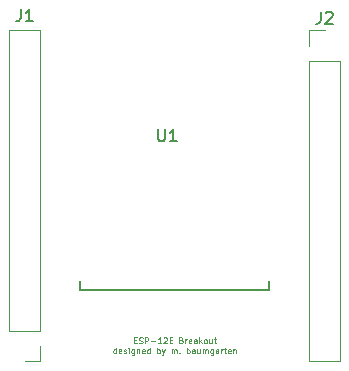
<source format=gbr>
G04 #@! TF.FileFunction,Legend,Top*
%FSLAX46Y46*%
G04 Gerber Fmt 4.6, Leading zero omitted, Abs format (unit mm)*
G04 Created by KiCad (PCBNEW 4.0.7) date 11/18/18 14:35:23*
%MOMM*%
%LPD*%
G01*
G04 APERTURE LIST*
%ADD10C,0.100000*%
%ADD11C,0.120000*%
%ADD12C,0.152400*%
%ADD13C,0.150000*%
G04 APERTURE END LIST*
D10*
X143244525Y-109394286D02*
X143411191Y-109394286D01*
X143482620Y-109656190D02*
X143244525Y-109656190D01*
X143244525Y-109156190D01*
X143482620Y-109156190D01*
X143673096Y-109632381D02*
X143744525Y-109656190D01*
X143863572Y-109656190D01*
X143911191Y-109632381D01*
X143935001Y-109608571D01*
X143958810Y-109560952D01*
X143958810Y-109513333D01*
X143935001Y-109465714D01*
X143911191Y-109441905D01*
X143863572Y-109418095D01*
X143768334Y-109394286D01*
X143720715Y-109370476D01*
X143696906Y-109346667D01*
X143673096Y-109299048D01*
X143673096Y-109251429D01*
X143696906Y-109203810D01*
X143720715Y-109180000D01*
X143768334Y-109156190D01*
X143887382Y-109156190D01*
X143958810Y-109180000D01*
X144173096Y-109656190D02*
X144173096Y-109156190D01*
X144363572Y-109156190D01*
X144411191Y-109180000D01*
X144435000Y-109203810D01*
X144458810Y-109251429D01*
X144458810Y-109322857D01*
X144435000Y-109370476D01*
X144411191Y-109394286D01*
X144363572Y-109418095D01*
X144173096Y-109418095D01*
X144673096Y-109465714D02*
X145054048Y-109465714D01*
X145554048Y-109656190D02*
X145268334Y-109656190D01*
X145411191Y-109656190D02*
X145411191Y-109156190D01*
X145363572Y-109227619D01*
X145315953Y-109275238D01*
X145268334Y-109299048D01*
X145744524Y-109203810D02*
X145768334Y-109180000D01*
X145815953Y-109156190D01*
X145935000Y-109156190D01*
X145982619Y-109180000D01*
X146006429Y-109203810D01*
X146030238Y-109251429D01*
X146030238Y-109299048D01*
X146006429Y-109370476D01*
X145720715Y-109656190D01*
X146030238Y-109656190D01*
X146244524Y-109394286D02*
X146411190Y-109394286D01*
X146482619Y-109656190D02*
X146244524Y-109656190D01*
X146244524Y-109156190D01*
X146482619Y-109156190D01*
X147244523Y-109394286D02*
X147315952Y-109418095D01*
X147339761Y-109441905D01*
X147363571Y-109489524D01*
X147363571Y-109560952D01*
X147339761Y-109608571D01*
X147315952Y-109632381D01*
X147268333Y-109656190D01*
X147077857Y-109656190D01*
X147077857Y-109156190D01*
X147244523Y-109156190D01*
X147292142Y-109180000D01*
X147315952Y-109203810D01*
X147339761Y-109251429D01*
X147339761Y-109299048D01*
X147315952Y-109346667D01*
X147292142Y-109370476D01*
X147244523Y-109394286D01*
X147077857Y-109394286D01*
X147577857Y-109656190D02*
X147577857Y-109322857D01*
X147577857Y-109418095D02*
X147601666Y-109370476D01*
X147625476Y-109346667D01*
X147673095Y-109322857D01*
X147720714Y-109322857D01*
X148077857Y-109632381D02*
X148030238Y-109656190D01*
X147935000Y-109656190D01*
X147887381Y-109632381D01*
X147863571Y-109584762D01*
X147863571Y-109394286D01*
X147887381Y-109346667D01*
X147935000Y-109322857D01*
X148030238Y-109322857D01*
X148077857Y-109346667D01*
X148101666Y-109394286D01*
X148101666Y-109441905D01*
X147863571Y-109489524D01*
X148530237Y-109656190D02*
X148530237Y-109394286D01*
X148506428Y-109346667D01*
X148458809Y-109322857D01*
X148363571Y-109322857D01*
X148315952Y-109346667D01*
X148530237Y-109632381D02*
X148482618Y-109656190D01*
X148363571Y-109656190D01*
X148315952Y-109632381D01*
X148292142Y-109584762D01*
X148292142Y-109537143D01*
X148315952Y-109489524D01*
X148363571Y-109465714D01*
X148482618Y-109465714D01*
X148530237Y-109441905D01*
X148768333Y-109656190D02*
X148768333Y-109156190D01*
X148815952Y-109465714D02*
X148958809Y-109656190D01*
X148958809Y-109322857D02*
X148768333Y-109513333D01*
X149244523Y-109656190D02*
X149196904Y-109632381D01*
X149173095Y-109608571D01*
X149149285Y-109560952D01*
X149149285Y-109418095D01*
X149173095Y-109370476D01*
X149196904Y-109346667D01*
X149244523Y-109322857D01*
X149315952Y-109322857D01*
X149363571Y-109346667D01*
X149387380Y-109370476D01*
X149411190Y-109418095D01*
X149411190Y-109560952D01*
X149387380Y-109608571D01*
X149363571Y-109632381D01*
X149315952Y-109656190D01*
X149244523Y-109656190D01*
X149839761Y-109322857D02*
X149839761Y-109656190D01*
X149625476Y-109322857D02*
X149625476Y-109584762D01*
X149649285Y-109632381D01*
X149696904Y-109656190D01*
X149768333Y-109656190D01*
X149815952Y-109632381D01*
X149839761Y-109608571D01*
X150006428Y-109322857D02*
X150196904Y-109322857D01*
X150077857Y-109156190D02*
X150077857Y-109584762D01*
X150101666Y-109632381D01*
X150149285Y-109656190D01*
X150196904Y-109656190D01*
X141720715Y-110506190D02*
X141720715Y-110006190D01*
X141720715Y-110482381D02*
X141673096Y-110506190D01*
X141577858Y-110506190D01*
X141530239Y-110482381D01*
X141506430Y-110458571D01*
X141482620Y-110410952D01*
X141482620Y-110268095D01*
X141506430Y-110220476D01*
X141530239Y-110196667D01*
X141577858Y-110172857D01*
X141673096Y-110172857D01*
X141720715Y-110196667D01*
X142149287Y-110482381D02*
X142101668Y-110506190D01*
X142006430Y-110506190D01*
X141958811Y-110482381D01*
X141935001Y-110434762D01*
X141935001Y-110244286D01*
X141958811Y-110196667D01*
X142006430Y-110172857D01*
X142101668Y-110172857D01*
X142149287Y-110196667D01*
X142173096Y-110244286D01*
X142173096Y-110291905D01*
X141935001Y-110339524D01*
X142363572Y-110482381D02*
X142411191Y-110506190D01*
X142506429Y-110506190D01*
X142554048Y-110482381D01*
X142577858Y-110434762D01*
X142577858Y-110410952D01*
X142554048Y-110363333D01*
X142506429Y-110339524D01*
X142435001Y-110339524D01*
X142387382Y-110315714D01*
X142363572Y-110268095D01*
X142363572Y-110244286D01*
X142387382Y-110196667D01*
X142435001Y-110172857D01*
X142506429Y-110172857D01*
X142554048Y-110196667D01*
X142792144Y-110506190D02*
X142792144Y-110172857D01*
X142792144Y-110006190D02*
X142768334Y-110030000D01*
X142792144Y-110053810D01*
X142815953Y-110030000D01*
X142792144Y-110006190D01*
X142792144Y-110053810D01*
X143244524Y-110172857D02*
X143244524Y-110577619D01*
X143220715Y-110625238D01*
X143196905Y-110649048D01*
X143149286Y-110672857D01*
X143077858Y-110672857D01*
X143030239Y-110649048D01*
X143244524Y-110482381D02*
X143196905Y-110506190D01*
X143101667Y-110506190D01*
X143054048Y-110482381D01*
X143030239Y-110458571D01*
X143006429Y-110410952D01*
X143006429Y-110268095D01*
X143030239Y-110220476D01*
X143054048Y-110196667D01*
X143101667Y-110172857D01*
X143196905Y-110172857D01*
X143244524Y-110196667D01*
X143482620Y-110172857D02*
X143482620Y-110506190D01*
X143482620Y-110220476D02*
X143506429Y-110196667D01*
X143554048Y-110172857D01*
X143625477Y-110172857D01*
X143673096Y-110196667D01*
X143696905Y-110244286D01*
X143696905Y-110506190D01*
X144125477Y-110482381D02*
X144077858Y-110506190D01*
X143982620Y-110506190D01*
X143935001Y-110482381D01*
X143911191Y-110434762D01*
X143911191Y-110244286D01*
X143935001Y-110196667D01*
X143982620Y-110172857D01*
X144077858Y-110172857D01*
X144125477Y-110196667D01*
X144149286Y-110244286D01*
X144149286Y-110291905D01*
X143911191Y-110339524D01*
X144577857Y-110506190D02*
X144577857Y-110006190D01*
X144577857Y-110482381D02*
X144530238Y-110506190D01*
X144435000Y-110506190D01*
X144387381Y-110482381D01*
X144363572Y-110458571D01*
X144339762Y-110410952D01*
X144339762Y-110268095D01*
X144363572Y-110220476D01*
X144387381Y-110196667D01*
X144435000Y-110172857D01*
X144530238Y-110172857D01*
X144577857Y-110196667D01*
X145196905Y-110506190D02*
X145196905Y-110006190D01*
X145196905Y-110196667D02*
X145244524Y-110172857D01*
X145339762Y-110172857D01*
X145387381Y-110196667D01*
X145411190Y-110220476D01*
X145435000Y-110268095D01*
X145435000Y-110410952D01*
X145411190Y-110458571D01*
X145387381Y-110482381D01*
X145339762Y-110506190D01*
X145244524Y-110506190D01*
X145196905Y-110482381D01*
X145601667Y-110172857D02*
X145720714Y-110506190D01*
X145839762Y-110172857D02*
X145720714Y-110506190D01*
X145673095Y-110625238D01*
X145649286Y-110649048D01*
X145601667Y-110672857D01*
X146411190Y-110506190D02*
X146411190Y-110172857D01*
X146411190Y-110220476D02*
X146434999Y-110196667D01*
X146482618Y-110172857D01*
X146554047Y-110172857D01*
X146601666Y-110196667D01*
X146625475Y-110244286D01*
X146625475Y-110506190D01*
X146625475Y-110244286D02*
X146649285Y-110196667D01*
X146696904Y-110172857D01*
X146768332Y-110172857D01*
X146815952Y-110196667D01*
X146839761Y-110244286D01*
X146839761Y-110506190D01*
X147077857Y-110458571D02*
X147101666Y-110482381D01*
X147077857Y-110506190D01*
X147054047Y-110482381D01*
X147077857Y-110458571D01*
X147077857Y-110506190D01*
X147696904Y-110506190D02*
X147696904Y-110006190D01*
X147696904Y-110196667D02*
X147744523Y-110172857D01*
X147839761Y-110172857D01*
X147887380Y-110196667D01*
X147911189Y-110220476D01*
X147934999Y-110268095D01*
X147934999Y-110410952D01*
X147911189Y-110458571D01*
X147887380Y-110482381D01*
X147839761Y-110506190D01*
X147744523Y-110506190D01*
X147696904Y-110482381D01*
X148363570Y-110506190D02*
X148363570Y-110244286D01*
X148339761Y-110196667D01*
X148292142Y-110172857D01*
X148196904Y-110172857D01*
X148149285Y-110196667D01*
X148363570Y-110482381D02*
X148315951Y-110506190D01*
X148196904Y-110506190D01*
X148149285Y-110482381D01*
X148125475Y-110434762D01*
X148125475Y-110387143D01*
X148149285Y-110339524D01*
X148196904Y-110315714D01*
X148315951Y-110315714D01*
X148363570Y-110291905D01*
X148815951Y-110172857D02*
X148815951Y-110506190D01*
X148601666Y-110172857D02*
X148601666Y-110434762D01*
X148625475Y-110482381D01*
X148673094Y-110506190D01*
X148744523Y-110506190D01*
X148792142Y-110482381D01*
X148815951Y-110458571D01*
X149054047Y-110506190D02*
X149054047Y-110172857D01*
X149054047Y-110220476D02*
X149077856Y-110196667D01*
X149125475Y-110172857D01*
X149196904Y-110172857D01*
X149244523Y-110196667D01*
X149268332Y-110244286D01*
X149268332Y-110506190D01*
X149268332Y-110244286D02*
X149292142Y-110196667D01*
X149339761Y-110172857D01*
X149411189Y-110172857D01*
X149458809Y-110196667D01*
X149482618Y-110244286D01*
X149482618Y-110506190D01*
X149934999Y-110172857D02*
X149934999Y-110577619D01*
X149911190Y-110625238D01*
X149887380Y-110649048D01*
X149839761Y-110672857D01*
X149768333Y-110672857D01*
X149720714Y-110649048D01*
X149934999Y-110482381D02*
X149887380Y-110506190D01*
X149792142Y-110506190D01*
X149744523Y-110482381D01*
X149720714Y-110458571D01*
X149696904Y-110410952D01*
X149696904Y-110268095D01*
X149720714Y-110220476D01*
X149744523Y-110196667D01*
X149792142Y-110172857D01*
X149887380Y-110172857D01*
X149934999Y-110196667D01*
X150387380Y-110506190D02*
X150387380Y-110244286D01*
X150363571Y-110196667D01*
X150315952Y-110172857D01*
X150220714Y-110172857D01*
X150173095Y-110196667D01*
X150387380Y-110482381D02*
X150339761Y-110506190D01*
X150220714Y-110506190D01*
X150173095Y-110482381D01*
X150149285Y-110434762D01*
X150149285Y-110387143D01*
X150173095Y-110339524D01*
X150220714Y-110315714D01*
X150339761Y-110315714D01*
X150387380Y-110291905D01*
X150625476Y-110506190D02*
X150625476Y-110172857D01*
X150625476Y-110268095D02*
X150649285Y-110220476D01*
X150673095Y-110196667D01*
X150720714Y-110172857D01*
X150768333Y-110172857D01*
X150863571Y-110172857D02*
X151054047Y-110172857D01*
X150935000Y-110006190D02*
X150935000Y-110434762D01*
X150958809Y-110482381D01*
X151006428Y-110506190D01*
X151054047Y-110506190D01*
X151411190Y-110482381D02*
X151363571Y-110506190D01*
X151268333Y-110506190D01*
X151220714Y-110482381D01*
X151196904Y-110434762D01*
X151196904Y-110244286D01*
X151220714Y-110196667D01*
X151268333Y-110172857D01*
X151363571Y-110172857D01*
X151411190Y-110196667D01*
X151434999Y-110244286D01*
X151434999Y-110291905D01*
X151196904Y-110339524D01*
X151649285Y-110172857D02*
X151649285Y-110506190D01*
X151649285Y-110220476D02*
X151673094Y-110196667D01*
X151720713Y-110172857D01*
X151792142Y-110172857D01*
X151839761Y-110196667D01*
X151863570Y-110244286D01*
X151863570Y-110506190D01*
D11*
X135315000Y-83125000D02*
X132655000Y-83125000D01*
X135315000Y-108585000D02*
X135315000Y-83125000D01*
X132655000Y-108585000D02*
X132655000Y-83125000D01*
X135315000Y-108585000D02*
X132655000Y-108585000D01*
X135315000Y-109855000D02*
X135315000Y-111185000D01*
X135315000Y-111185000D02*
X133985000Y-111185000D01*
X158055000Y-111185000D02*
X160715000Y-111185000D01*
X158055000Y-85725000D02*
X158055000Y-111185000D01*
X160715000Y-85725000D02*
X160715000Y-111185000D01*
X158055000Y-85725000D02*
X160715000Y-85725000D01*
X158055000Y-84455000D02*
X158055000Y-83125000D01*
X158055000Y-83125000D02*
X159385000Y-83125000D01*
D12*
X138684000Y-104394000D02*
X138684000Y-105156000D01*
X138684000Y-105156000D02*
X154686000Y-105156000D01*
X154686000Y-105156000D02*
X154686000Y-104394000D01*
D13*
X133651667Y-81367381D02*
X133651667Y-82081667D01*
X133604047Y-82224524D01*
X133508809Y-82319762D01*
X133365952Y-82367381D01*
X133270714Y-82367381D01*
X134651667Y-82367381D02*
X134080238Y-82367381D01*
X134365952Y-82367381D02*
X134365952Y-81367381D01*
X134270714Y-81510238D01*
X134175476Y-81605476D01*
X134080238Y-81653095D01*
X159051667Y-81577381D02*
X159051667Y-82291667D01*
X159004047Y-82434524D01*
X158908809Y-82529762D01*
X158765952Y-82577381D01*
X158670714Y-82577381D01*
X159480238Y-81672619D02*
X159527857Y-81625000D01*
X159623095Y-81577381D01*
X159861191Y-81577381D01*
X159956429Y-81625000D01*
X160004048Y-81672619D01*
X160051667Y-81767857D01*
X160051667Y-81863095D01*
X160004048Y-82005952D01*
X159432619Y-82577381D01*
X160051667Y-82577381D01*
X145288095Y-91527381D02*
X145288095Y-92336905D01*
X145335714Y-92432143D01*
X145383333Y-92479762D01*
X145478571Y-92527381D01*
X145669048Y-92527381D01*
X145764286Y-92479762D01*
X145811905Y-92432143D01*
X145859524Y-92336905D01*
X145859524Y-91527381D01*
X146859524Y-92527381D02*
X146288095Y-92527381D01*
X146573809Y-92527381D02*
X146573809Y-91527381D01*
X146478571Y-91670238D01*
X146383333Y-91765476D01*
X146288095Y-91813095D01*
M02*

</source>
